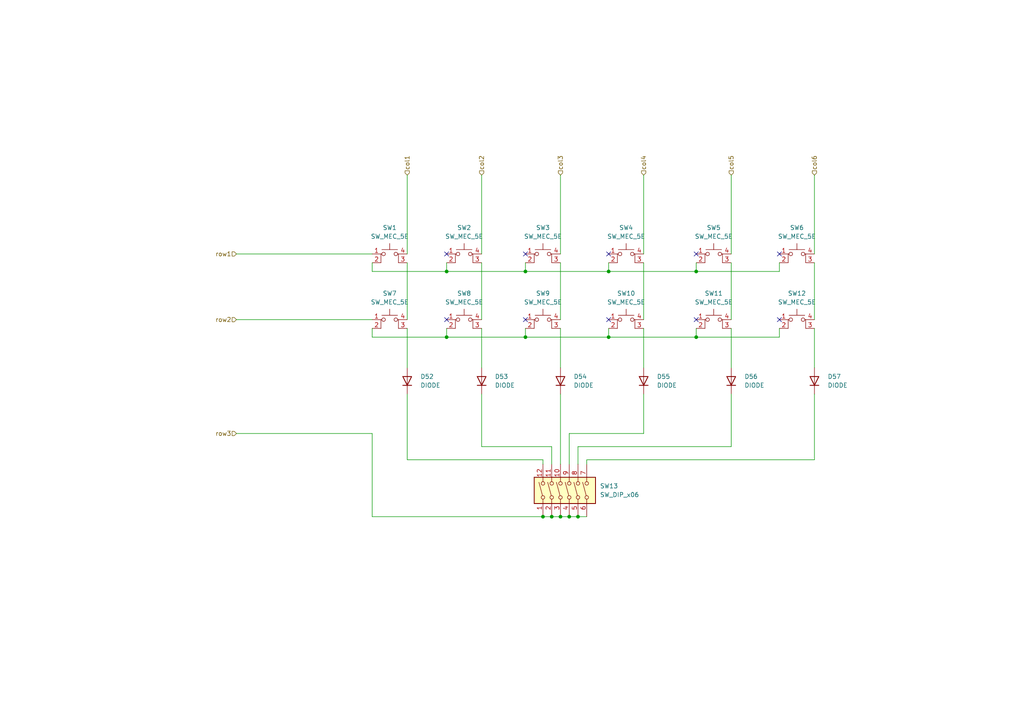
<source format=kicad_sch>
(kicad_sch (version 20211123) (generator eeschema)
  (paper "A4")
  (lib_symbols
    (symbol "Diode:SM4007" (pin_numbers hide) (pin_names (offset 1.016) hide)
      (property "Reference" "D" (at 0 2.54 0))
      (property "Value" "SM4007" (at 0 -2.54 0))
      (symbol "SM4007_0_1"
        (polyline (pts (xy -1.27 1.27) (xy -1.27 -1.27)) (stroke (width 0.254)))
        (polyline (pts (xy 1.27 0) (xy -1.27 0)))
        (polyline (pts (xy 1.27 1.27) (xy 1.27 -1.27) (xy -1.27 0) (xy 1.27 1.27)) (stroke (width 0.254)))
      )
      (symbol "SM4007_1_1"
        (pin passive line (at -3.81 0 0) (length 2.54) (name "K") (number "1"))
        (pin passive line (at 3.81 0 180) (length 2.54) (name "A") (number "2"))
      )
    )
    (symbol "Switch:SW_DIP_x06" (pin_names (offset 0) hide)
      (property "Reference" "SW" (at 0 11.43 0))
      (property "Value" "SW_DIP_x06" (at 0 -8.89 0))
      (symbol "SW_DIP_x06_0_0"
        (circle (center -2.032 -5.08) (radius 0.508))
        (circle (center -2.032 -2.54) (radius 0.508))
        (circle (center -2.032 0) (radius 0.508))
        (circle (center -2.032 2.54) (radius 0.508))
        (circle (center -2.032 5.08) (radius 0.508))
        (circle (center -2.032 7.62) (radius 0.508))
        (polyline (pts (xy -1.524 -4.9276) (xy 2.3622 -3.8862)))
        (polyline (pts (xy -1.524 -2.3876) (xy 2.3622 -1.3462)))
        (polyline (pts (xy -1.524 0.127) (xy 2.3622 1.1684)))
        (polyline (pts (xy -1.524 2.667) (xy 2.3622 3.7084)))
        (polyline (pts (xy -1.524 5.207) (xy 2.3622 6.2484)))
        (polyline (pts (xy -1.524 7.747) (xy 2.3622 8.7884)))
        (circle (center 2.032 -5.08) (radius 0.508))
        (circle (center 2.032 -2.54) (radius 0.508))
        (circle (center 2.032 0) (radius 0.508))
        (circle (center 2.032 2.54) (radius 0.508))
        (circle (center 2.032 5.08) (radius 0.508))
        (circle (center 2.032 7.62) (radius 0.508))
      )
      (symbol "SW_DIP_x06_0_1"
        (rectangle (start -3.81 10.16) (end 3.81 -7.62) (stroke (width 0.254)) (fill (type background)))
      )
      (symbol "SW_DIP_x06_1_1"
        (pin passive line (at -7.62 7.62 0) (length 5.08) (name "~") (number "1"))
        (pin passive line (at 7.62 2.54 180) (length 5.08) (name "~") (number "10"))
        (pin passive line (at 7.62 5.08 180) (length 5.08) (name "~") (number "11"))
        (pin passive line (at 7.62 7.62 180) (length 5.08) (name "~") (number "12"))
        (pin passive line (at -7.62 5.08 0) (length 5.08) (name "~") (number "2"))
        (pin passive line (at -7.62 2.54 0) (length 5.08) (name "~") (number "3"))
        (pin passive line (at -7.62 0 0) (length 5.08) (name "~") (number "4"))
        (pin passive line (at -7.62 -2.54 0) (length 5.08) (name "~") (number "5"))
        (pin passive line (at -7.62 -5.08 0) (length 5.08) (name "~") (number "6"))
        (pin passive line (at 7.62 -5.08 180) (length 5.08) (name "~") (number "7"))
        (pin passive line (at 7.62 -2.54 180) (length 5.08) (name "~") (number "8"))
        (pin passive line (at 7.62 0 180) (length 5.08) (name "~") (number "9"))
      )
    )
    (symbol "Switch:SW_MEC_5E" (pin_names (offset 1.016) hide)
      (property "Reference" "SW" (at 0.635 5.715 0))
      (property "Value" "SW_MEC_5E" (at 0 -3.175 0))
      (symbol "SW_MEC_5E_0_1"
        (circle (center -1.778 2.54) (radius 0.508))
        (polyline (pts (xy -2.286 3.81) (xy 2.286 3.81)))
        (polyline (pts (xy 0 3.81) (xy 0 5.588)))
        (polyline (pts (xy -2.54 0) (xy -2.54 2.54) (xy -2.286 2.54)))
        (polyline (pts (xy 2.54 0) (xy 2.54 2.54) (xy 2.286 2.54)))
        (circle (center 1.778 2.54) (radius 0.508))
        (pin passive line (at -5.08 2.54 0) (length 2.54) (name "1") (number "1"))
        (pin passive line (at -5.08 0 0) (length 2.54) (name "2") (number "2"))
        (pin passive line (at 5.08 0 180) (length 2.54) (name "K") (number "3"))
        (pin passive line (at 5.08 2.54 180) (length 2.54) (name "A") (number "4"))
      )
    )
  )
  (junction (at 201.93 97.79))
  (junction (at 157.48 149.86))
  (junction (at 129.54 78.74))
  (junction (at 176.53 97.79))
  (junction (at 152.4 78.74))
  (junction (at 129.54 97.79))
  (junction (at 152.4 97.79))
  (junction (at 201.93 78.74))
  (junction (at 165.1 149.86))
  (junction (at 167.64 149.86))
  (junction (at 160.02 149.86))
  (junction (at 176.53 78.74))
  (junction (at 162.56 149.86))
  (no_connect (at 129.54 73.66))
  (no_connect (at 201.93 73.66))
  (no_connect (at 176.53 73.66))
  (no_connect (at 152.4 73.66))
  (no_connect (at 226.06 92.71))
  (no_connect (at 152.4 92.71))
  (no_connect (at 129.54 92.71))
  (no_connect (at 226.06 73.66))
  (no_connect (at 201.93 92.71))
  (no_connect (at 176.53 92.71))
  (wire (pts (xy 170.18 134.62) (xy 170.18 133.35)))
  (wire (pts (xy 107.95 76.2) (xy 107.95 78.74)))
  (wire (pts (xy 176.53 76.2) (xy 176.53 78.74)))
  (wire (pts (xy 139.7 50.8) (xy 139.7 73.66)))
  (wire (pts (xy 170.18 133.35) (xy 236.22 133.35)))
  (wire (pts (xy 129.54 78.74) (xy 152.4 78.74)))
  (wire (pts (xy 176.53 95.25) (xy 176.53 97.79)))
  (wire (pts (xy 160.02 149.86) (xy 162.56 149.86)))
  (wire (pts (xy 162.56 114.3) (xy 162.56 134.62)))
  (wire (pts (xy 107.95 95.25) (xy 107.95 97.79)))
  (wire (pts (xy 186.69 95.25) (xy 186.69 106.68)))
  (wire (pts (xy 68.58 92.71) (xy 107.95 92.71)))
  (wire (pts (xy 176.53 97.79) (xy 201.93 97.79)))
  (wire (pts (xy 107.95 97.79) (xy 129.54 97.79)))
  (wire (pts (xy 107.95 125.73) (xy 107.95 149.86)))
  (wire (pts (xy 212.09 114.3) (xy 212.09 129.54)))
  (wire (pts (xy 139.7 76.2) (xy 139.7 92.71)))
  (wire (pts (xy 236.22 50.8) (xy 236.22 73.66)))
  (wire (pts (xy 118.11 114.3) (xy 118.11 133.35)))
  (wire (pts (xy 167.64 134.62) (xy 167.64 129.54)))
  (wire (pts (xy 201.93 78.74) (xy 201.93 76.2)))
  (wire (pts (xy 129.54 95.25) (xy 129.54 97.79)))
  (wire (pts (xy 68.58 73.66) (xy 107.95 73.66)))
  (wire (pts (xy 129.54 76.2) (xy 129.54 78.74)))
  (wire (pts (xy 162.56 149.86) (xy 165.1 149.86)))
  (wire (pts (xy 68.58 125.73) (xy 107.95 125.73)))
  (wire (pts (xy 118.11 95.25) (xy 118.11 106.68)))
  (wire (pts (xy 201.93 95.25) (xy 201.93 97.79)))
  (wire (pts (xy 212.09 95.25) (xy 212.09 106.68)))
  (wire (pts (xy 186.69 76.2) (xy 186.69 92.71)))
  (wire (pts (xy 236.22 95.25) (xy 236.22 106.68)))
  (wire (pts (xy 139.7 129.54) (xy 160.02 129.54)))
  (wire (pts (xy 107.95 78.74) (xy 129.54 78.74)))
  (wire (pts (xy 118.11 76.2) (xy 118.11 92.71)))
  (wire (pts (xy 165.1 149.86) (xy 167.64 149.86)))
  (wire (pts (xy 162.56 95.25) (xy 162.56 106.68)))
  (wire (pts (xy 236.22 76.2) (xy 236.22 92.71)))
  (wire (pts (xy 152.4 78.74) (xy 176.53 78.74)))
  (wire (pts (xy 186.69 114.3) (xy 186.69 125.73)))
  (wire (pts (xy 212.09 50.8) (xy 212.09 73.66)))
  (wire (pts (xy 226.06 97.79) (xy 226.06 95.25)))
  (wire (pts (xy 152.4 95.25) (xy 152.4 97.79)))
  (wire (pts (xy 167.64 149.86) (xy 170.18 149.86)))
  (wire (pts (xy 176.53 78.74) (xy 201.93 78.74)))
  (wire (pts (xy 139.7 114.3) (xy 139.7 129.54)))
  (wire (pts (xy 201.93 97.79) (xy 226.06 97.79)))
  (wire (pts (xy 212.09 76.2) (xy 212.09 92.71)))
  (wire (pts (xy 201.93 78.74) (xy 226.06 78.74)))
  (wire (pts (xy 157.48 149.86) (xy 160.02 149.86)))
  (wire (pts (xy 118.11 50.8) (xy 118.11 73.66)))
  (wire (pts (xy 107.95 149.86) (xy 157.48 149.86)))
  (wire (pts (xy 226.06 78.74) (xy 226.06 76.2)))
  (wire (pts (xy 236.22 114.3) (xy 236.22 133.35)))
  (wire (pts (xy 157.48 133.35) (xy 118.11 133.35)))
  (wire (pts (xy 186.69 50.8) (xy 186.69 73.66)))
  (wire (pts (xy 167.64 129.54) (xy 212.09 129.54)))
  (wire (pts (xy 160.02 129.54) (xy 160.02 134.62)))
  (wire (pts (xy 165.1 134.62) (xy 165.1 125.73)))
  (wire (pts (xy 152.4 76.2) (xy 152.4 78.74)))
  (wire (pts (xy 139.7 95.25) (xy 139.7 106.68)))
  (wire (pts (xy 165.1 125.73) (xy 186.69 125.73)))
  (wire (pts (xy 157.48 134.62) (xy 157.48 133.35)))
  (wire (pts (xy 129.54 97.79) (xy 152.4 97.79)))
  (wire (pts (xy 162.56 76.2) (xy 162.56 92.71)))
  (wire (pts (xy 162.56 50.8) (xy 162.56 73.66)))
  (wire (pts (xy 152.4 97.79) (xy 176.53 97.79)))
  (hierarchical_label "row1" (shape input) (at 68.58 73.66 180))
  (hierarchical_label "col3" (shape input) (at 162.56 50.8 90))
  (hierarchical_label "col5" (shape input) (at 212.09 50.8 90))
  (hierarchical_label "col4" (shape input) (at 186.69 50.8 90))
  (hierarchical_label "row2" (shape input) (at 68.58 92.71 180))
  (hierarchical_label "col6" (shape input) (at 236.22 50.8 90))
  (hierarchical_label "row3" (shape input) (at 68.58 125.73 180))
  (hierarchical_label "col1" (shape input) (at 118.11 50.8 90))
  (hierarchical_label "col2" (shape input) (at 139.7 50.8 90))
  (symbol (lib_id "Switch:SW_MEC_5E") (at 207.01 76.2 0) (unit 1)
    (property "Reference" "SW5" (at 207.01 66.04 0))
    (property "Value" "SW_MEC_5E" (at 207.01 68.58 0))
    (property "Footprint" "LCSC_parts:TS-1187A-B-A-B" (effects hide))
    (property "Datasheet" "http://www.apem.com/int/index.php?controller=attachment&id_attachment=1371" (effects hide))
    (property "LCSC" "C318884" (effects hide))
  )
  (symbol (lib_id "Switch:SW_MEC_5E") (at 181.61 95.25 0) (unit 1)
    (property "Reference" "SW10" (at 181.61 85.09 0))
    (property "Value" "SW_MEC_5E" (at 181.61 87.63 0))
    (property "Footprint" "LCSC_parts:TS-1187A-B-A-B" (effects hide))
    (property "Datasheet" "http://www.apem.com/int/index.php?controller=attachment&id_attachment=1371" (effects hide))
    (property "LCSC" "C318884" (effects hide))
  )
  (symbol (lib_id "Switch:SW_MEC_5E") (at 181.61 76.2 0) (unit 1)
    (property "Reference" "SW4" (at 181.61 66.04 0))
    (property "Value" "SW_MEC_5E" (at 181.61 68.58 0))
    (property "Footprint" "LCSC_parts:TS-1187A-B-A-B" (effects hide))
    (property "Datasheet" "http://www.apem.com/int/index.php?controller=attachment&id_attachment=1371" (effects hide))
    (property "LCSC" "C318884" (effects hide))
  )
  (symbol (lib_id "Switch:SW_MEC_5E") (at 157.48 76.2 0) (unit 1)
    (property "Reference" "SW3" (at 157.48 66.04 0))
    (property "Value" "SW_MEC_5E" (at 157.48 68.58 0))
    (property "Footprint" "LCSC_parts:TS-1187A-B-A-B" (effects hide))
    (property "Datasheet" "http://www.apem.com/int/index.php?controller=attachment&id_attachment=1371" (effects hide))
    (property "LCSC" "C318884" (effects hide))
  )
  (symbol (lib_id "Diode:SM4007") (at 236.22 110.49 90) (unit 1)
    (property "Reference" "D57" (at 240.03 109.2199 90) (effects (justify right)))
    (property "Value" "DIODE" (at 240.03 111.7599 90) (effects (justify right)))
    (property "Footprint" "Diode_SMD:D_SOD-123F" (effects hide))
    (property "Datasheet" "http://cdn-reichelt.de/documents/datenblatt/A400/SMD1N400%23DIO.pdf" (effects hide))
    (property "LCSC" "C64898" (effects hide))
  )
  (symbol (lib_id "Switch:SW_MEC_5E") (at 157.48 95.25 0) (unit 1)
    (property "Reference" "SW9" (at 157.48 85.09 0))
    (property "Value" "SW_MEC_5E" (at 157.48 87.63 0))
    (property "Footprint" "LCSC_parts:TS-1187A-B-A-B" (effects hide))
    (property "Datasheet" "http://www.apem.com/int/index.php?controller=attachment&id_attachment=1371" (effects hide))
    (property "LCSC" "C318884" (effects hide))
  )
  (symbol (lib_id "Switch:SW_MEC_5E") (at 134.62 95.25 0) (unit 1)
    (property "Reference" "SW8" (at 134.62 85.09 0))
    (property "Value" "SW_MEC_5E" (at 134.62 87.63 0))
    (property "Footprint" "LCSC_parts:TS-1187A-B-A-B" (effects hide))
    (property "Datasheet" "http://www.apem.com/int/index.php?controller=attachment&id_attachment=1371" (effects hide))
    (property "LCSC" "C318884" (effects hide))
  )
  (symbol (lib_id "Switch:SW_MEC_5E") (at 207.01 95.25 0) (unit 1)
    (property "Reference" "SW11" (at 207.01 85.09 0))
    (property "Value" "SW_MEC_5E" (at 207.01 87.63 0))
    (property "Footprint" "LCSC_parts:TS-1187A-B-A-B" (effects hide))
    (property "Datasheet" "http://www.apem.com/int/index.php?controller=attachment&id_attachment=1371" (effects hide))
    (property "LCSC" "C318884" (effects hide))
  )
  (symbol (lib_id "Switch:SW_MEC_5E") (at 113.03 95.25 0) (unit 1)
    (property "Reference" "SW7" (at 113.03 85.09 0))
    (property "Value" "SW_MEC_5E" (at 113.03 87.63 0))
    (property "Footprint" "LCSC_parts:TS-1187A-B-A-B" (effects hide))
    (property "Datasheet" "http://www.apem.com/int/index.php?controller=attachment&id_attachment=1371" (effects hide))
    (property "LCSC" "C318884" (effects hide))
  )
  (symbol (lib_id "Diode:SM4007") (at 212.09 110.49 90) (unit 1)
    (property "Reference" "D56" (at 215.9 109.2199 90) (effects (justify right)))
    (property "Value" "DIODE" (at 215.9 111.7599 90) (effects (justify right)))
    (property "Footprint" "Diode_SMD:D_SOD-123F" (effects hide))
    (property "Datasheet" "http://cdn-reichelt.de/documents/datenblatt/A400/SMD1N400%23DIO.pdf" (effects hide))
    (property "LCSC" "C64898" (effects hide))
  )
  (symbol (lib_id "Diode:SM4007") (at 162.56 110.49 90) (unit 1)
    (property "Reference" "D54" (at 166.37 109.2199 90) (effects (justify right)))
    (property "Value" "DIODE" (at 166.37 111.7599 90) (effects (justify right)))
    (property "Footprint" "Diode_SMD:D_SOD-123F" (effects hide))
    (property "Datasheet" "http://cdn-reichelt.de/documents/datenblatt/A400/SMD1N400%23DIO.pdf" (effects hide))
    (property "LCSC" "C64898" (effects hide))
  )
  (symbol (lib_id "Switch:SW_DIP_x06") (at 165.1 142.24 90) (unit 1)
    (property "Reference" "SW13" (at 173.99 140.9699 90) (effects (justify right)))
    (property "Value" "SW_DIP_x06" (at 173.99 143.5099 90) (effects (justify right)))
    (property "Footprint" "Button_Switch_SMD:SW_DIP_SPSTx06_Slide_6.7x16.8mm_W6.73mm_P2.54mm_LowProfile_JPin" (effects hide))
    (property "LCSC" "C54952" (effects hide))
  )
  (symbol (lib_id "Switch:SW_MEC_5E") (at 231.14 95.25 0) (unit 1)
    (property "Reference" "SW12" (at 231.14 85.09 0))
    (property "Value" "SW_MEC_5E" (at 231.14 87.63 0))
    (property "Footprint" "LCSC_parts:TS-1187A-B-A-B" (effects hide))
    (property "Datasheet" "http://www.apem.com/int/index.php?controller=attachment&id_attachment=1371" (effects hide))
    (property "LCSC" "C318884" (effects hide))
  )
  (symbol (lib_id "Diode:SM4007") (at 118.11 110.49 90) (unit 1)
    (property "Reference" "D52" (at 121.92 109.2199 90) (effects (justify right)))
    (property "Value" "DIODE" (at 121.92 111.7599 90) (effects (justify right)))
    (property "Footprint" "Diode_SMD:D_SOD-123F" (effects hide))
    (property "Datasheet" "http://cdn-reichelt.de/documents/datenblatt/A400/SMD1N400%23DIO.pdf" (effects hide))
    (property "LCSC" "C64898" (effects hide))
  )
  (symbol (lib_id "Switch:SW_MEC_5E") (at 134.62 76.2 0) (unit 1)
    (property "Reference" "SW2" (at 134.62 66.04 0))
    (property "Value" "SW_MEC_5E" (at 134.62 68.58 0))
    (property "Footprint" "LCSC_parts:TS-1187A-B-A-B" (effects hide))
    (property "Datasheet" "http://www.apem.com/int/index.php?controller=attachment&id_attachment=1371" (effects hide))
    (property "LCSC" "C318884" (effects hide))
  )
  (symbol (lib_id "Diode:SM4007") (at 186.69 110.49 90) (unit 1)
    (property "Reference" "D55" (at 190.5 109.2199 90) (effects (justify right)))
    (property "Value" "DIODE" (at 190.5 111.7599 90) (effects (justify right)))
    (property "Footprint" "Diode_SMD:D_SOD-123F" (effects hide))
    (property "Datasheet" "http://cdn-reichelt.de/documents/datenblatt/A400/SMD1N400%23DIO.pdf" (effects hide))
    (property "LCSC" "C64898" (effects hide))
  )
  (symbol (lib_id "Switch:SW_MEC_5E") (at 231.14 76.2 0) (unit 1)
    (property "Reference" "SW6" (at 231.14 66.04 0))
    (property "Value" "SW_MEC_5E" (at 231.14 68.58 0))
    (property "Footprint" "LCSC_parts:TS-1187A-B-A-B" (effects hide))
    (property "Datasheet" "http://www.apem.com/int/index.php?controller=attachment&id_attachment=1371" (effects hide))
    (property "LCSC" "C318884" (effects hide))
  )
  (symbol (lib_id "Switch:SW_MEC_5E") (at 113.03 76.2 0) (unit 1)
    (property "Reference" "SW1" (at 113.03 66.04 0))
    (property "Value" "SW_MEC_5E" (at 113.03 68.58 0))
    (property "Footprint" "LCSC_parts:TS-1187A-B-A-B" (effects hide))
    (property "Datasheet" "http://www.apem.com/int/index.php?controller=attachment&id_attachment=1371" (effects hide))
    (property "LCSC" "C318884" (effects hide))
  )
  (symbol (lib_id "Diode:SM4007") (at 139.7 110.49 90) (unit 1)
    (property "Reference" "D53" (at 143.51 109.2199 90) (effects (justify right)))
    (property "Value" "DIODE" (at 143.51 111.7599 90) (effects (justify right)))
    (property "Footprint" "Diode_SMD:D_SOD-123F" (effects hide))
    (property "Datasheet" "http://cdn-reichelt.de/documents/datenblatt/A400/SMD1N400%23DIO.pdf" (effects hide))
    (property "LCSC" "C64898" (effects hide))
  )
)
</source>
